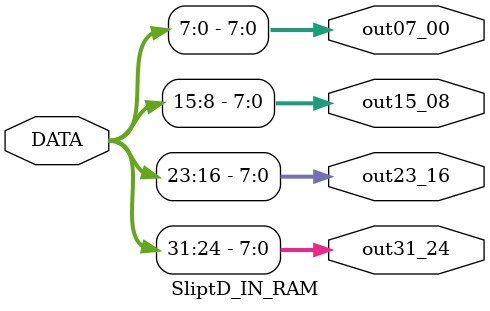
<source format=v>
`timescale 1ns / 1ps


module SliptD_IN_RAM(
    input  [31:0]DATA,
    output [7:0]out31_24,
    output [7:0]out23_16,
    output [7:0]out15_08,
    output [7:0]out07_00
    );
    
    assign out31_24 = DATA[31:24];
    assign out23_16 = DATA[23:16];
    assign out15_08 = DATA[15:08];
    assign out07_00 = DATA[07:00];

    
endmodule

</source>
